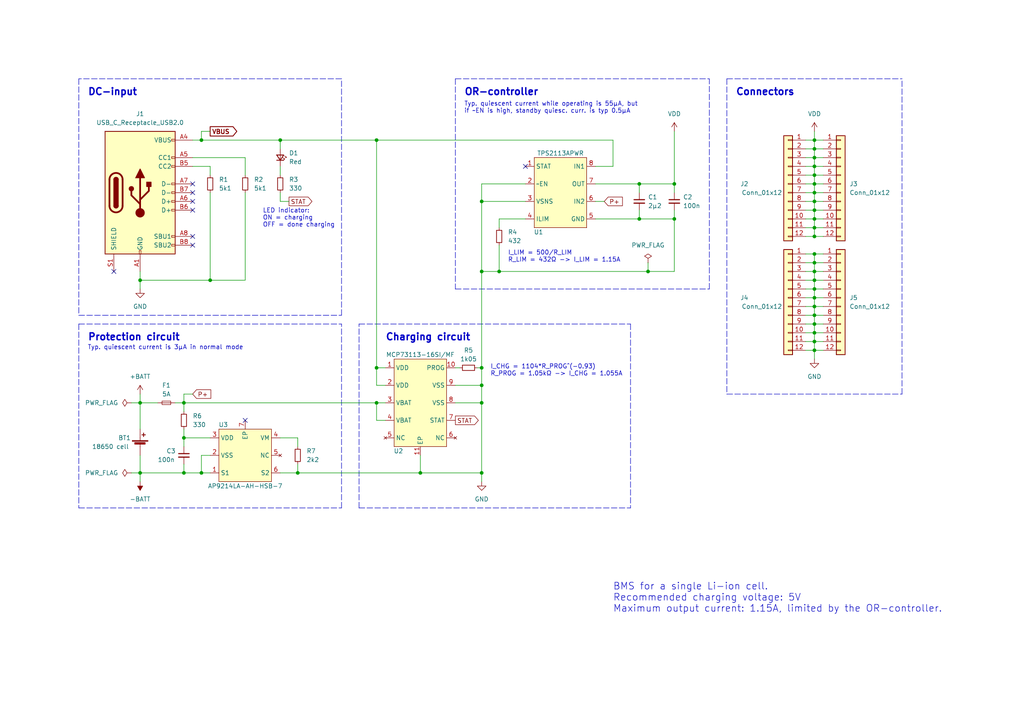
<source format=kicad_sch>
(kicad_sch (version 20211123) (generator eeschema)
  (paper "A4")
  (lib_symbols
    (symbol "18650_Plugger:AP9214LA-AH-HSB-7"
      (property "Reference" "U" (at -6.35 -8.89 0))
      (property "Value" "AP9214LA-AH-HSB-7" (at 0 8.89 0))
      (symbol "AP9214LA-AH-HSB-7_0_1"
        (rectangle (start -7.62 7.62) (end 7.62 -7.62) (stroke (width 0.1524)) (fill (type background)))
      )
      (symbol "AP9214LA-AH-HSB-7_1_1"
        (pin input line (at -10.16 5.08 0) (length 2.54) (name "S1") (number "1"))
        (pin input line (at -10.16 0 0) (length 2.54) (name "VSS") (number "2"))
        (pin input line (at -10.16 -5.08 0) (length 2.54) (name "VDD") (number "3"))
        (pin input line (at 10.16 -5.08 180) (length 2.54) (name "VM") (number "4"))
        (pin no_connect line (at 10.16 0 180) (length 2.54) (name "NC") (number "5"))
        (pin input line (at 10.16 5.08 180) (length 2.54) (name "S2") (number "6"))
        (pin input line (at 0 -10.16 90) (length 2.54) (name "EP") (number "7"))
      )
    )
    (symbol "18650_Plugger:MCP73113-16SI{slash}MF"
      (property "Reference" "U" (at -6.35 -13.97 0))
      (property "Value" "MCP73113-16SI{slash}MF" (at 0 13.97 0))
      (symbol "MCP73113-16SI{slash}MF_0_1"
        (rectangle (start -7.62 12.7) (end 7.62 -12.7) (fill (type background)))
      )
      (symbol "MCP73113-16SI{slash}MF_1_1"
        (pin input line (at -10.16 10.16 0) (length 2.54) (name "VDD") (number "1"))
        (pin input line (at 10.16 10.16 180) (length 2.54) (name "PROG") (number "10"))
        (pin input line (at 0 -15.24 90) (length 2.54) (name "EP") (number "11"))
        (pin input line (at -10.16 5.08 0) (length 2.54) (name "VDD") (number "2"))
        (pin input line (at -10.16 0 0) (length 2.54) (name "VBAT") (number "3"))
        (pin input line (at -10.16 -5.08 0) (length 2.54) (name "VBAT") (number "4"))
        (pin no_connect line (at -10.16 -10.16 0) (length 2.54) (name "NC") (number "5"))
        (pin no_connect line (at 10.16 -10.16 180) (length 2.54) (name "NC") (number "6"))
        (pin output line (at 10.16 -5.08 180) (length 2.54) (name "STAT") (number "7"))
        (pin input line (at 10.16 0 180) (length 2.54) (name "VSS") (number "8"))
        (pin input line (at 10.16 5.08 180) (length 2.54) (name "VSS") (number "9"))
      )
    )
    (symbol "18650_Plugger:TPS2113APWR"
      (property "Reference" "U" (at -6.35 -13.97 0))
      (property "Value" "TPS2113APWR" (at 0 8.89 0))
      (symbol "TPS2113APWR_0_1"
        (rectangle (start -7.62 7.62) (end 7.62 -12.7) (fill (type background)))
      )
      (symbol "TPS2113APWR_1_1"
        (pin output line (at -10.16 5.08 0) (length 2.54) (name "STAT") (number "1"))
        (pin input line (at -10.16 0 0) (length 2.54) (name "~EN") (number "2"))
        (pin input line (at -10.16 -5.08 0) (length 2.54) (name "VSNS") (number "3"))
        (pin input line (at -10.16 -10.16 0) (length 2.54) (name "ILIM") (number "4"))
        (pin input line (at 10.16 -10.16 180) (length 2.54) (name "GND") (number "5"))
        (pin input line (at 10.16 -5.08 180) (length 2.54) (name "IN2") (number "6"))
        (pin power_out line (at 10.16 0 180) (length 2.54) (name "OUT") (number "7"))
        (pin input line (at 10.16 5.08 180) (length 2.54) (name "IN1") (number "8"))
      )
    )
    (symbol "Connector:USB_C_Receptacle_USB2.0" (pin_names (offset 1.016))
      (property "Reference" "J" (at -10.16 19.05 0))
      (property "Value" "USB_C_Receptacle_USB2.0" (at 19.05 19.05 0))
      (symbol "USB_C_Receptacle_USB2.0_0_0"
        (rectangle (start -0.254 -17.78) (end 0.254 -16.764))
        (rectangle (start 10.16 -14.986) (end 9.144 -15.494))
        (rectangle (start 10.16 -12.446) (end 9.144 -12.954))
        (rectangle (start 10.16 -4.826) (end 9.144 -5.334))
        (rectangle (start 10.16 -2.286) (end 9.144 -2.794))
        (rectangle (start 10.16 0.254) (end 9.144 -0.254))
        (rectangle (start 10.16 2.794) (end 9.144 2.286))
        (rectangle (start 10.16 7.874) (end 9.144 7.366))
        (rectangle (start 10.16 10.414) (end 9.144 9.906))
        (rectangle (start 10.16 15.494) (end 9.144 14.986))
      )
      (symbol "USB_C_Receptacle_USB2.0_0_1"
        (rectangle (start -10.16 17.78) (end 10.16 -17.78) (stroke (width 0.254)) (fill (type background)))
        (arc (start -8.89 -3.81) (mid -6.985 -5.715) (end -5.08 -3.81) (stroke (width 0.508)))
        (arc (start -7.62 -3.81) (mid -6.985 -4.445) (end -6.35 -3.81) (stroke (width 0.254)))
        (arc (start -7.62 -3.81) (mid -6.985 -4.445) (end -6.35 -3.81) (stroke (width 0.254)) (fill (type outline)))
        (rectangle (start -7.62 -3.81) (end -6.35 3.81) (stroke (width 0.254)) (fill (type outline)))
        (arc (start -6.35 3.81) (mid -6.985 4.445) (end -7.62 3.81) (stroke (width 0.254)))
        (arc (start -6.35 3.81) (mid -6.985 4.445) (end -7.62 3.81) (stroke (width 0.254)) (fill (type outline)))
        (arc (start -5.08 3.81) (mid -6.985 5.715) (end -8.89 3.81) (stroke (width 0.508)))
        (circle (center -2.54 1.143) (radius 0.635) (stroke (width 0.254)) (fill (type outline)))
        (circle (center 0 -5.842) (radius 1.27) (fill (type outline)))
        (polyline (pts (xy -8.89 -3.81) (xy -8.89 3.81)) (stroke (width 0.508)))
        (polyline (pts (xy -5.08 3.81) (xy -5.08 -3.81)) (stroke (width 0.508)))
        (polyline (pts (xy 0 -5.842) (xy 0 4.318)) (stroke (width 0.508)))
        (polyline (pts (xy 0 -3.302) (xy -2.54 -0.762) (xy -2.54 0.508)) (stroke (width 0.508)))
        (polyline (pts (xy 0 -2.032) (xy 2.54 0.508) (xy 2.54 1.778)) (stroke (width 0.508)))
        (polyline (pts (xy -1.27 4.318) (xy 0 6.858) (xy 1.27 4.318) (xy -1.27 4.318)) (stroke (width 0.254)) (fill (type outline)))
        (rectangle (start 1.905 1.778) (end 3.175 3.048) (stroke (width 0.254)) (fill (type outline)))
      )
      (symbol "USB_C_Receptacle_USB2.0_1_1"
        (pin passive line (at 0 -22.86 90) (length 5.08) (name "GND") (number "A1"))
        (pin passive line (at 0 -22.86 90) (length 5.08) hide (name "GND") (number "A12"))
        (pin passive line (at 15.24 15.24 180) (length 5.08) (name "VBUS") (number "A4"))
        (pin bidirectional line (at 15.24 10.16 180) (length 5.08) (name "CC1") (number "A5"))
        (pin bidirectional line (at 15.24 -2.54 180) (length 5.08) (name "D+") (number "A6"))
        (pin bidirectional line (at 15.24 2.54 180) (length 5.08) (name "D-") (number "A7"))
        (pin bidirectional line (at 15.24 -12.7 180) (length 5.08) (name "SBU1") (number "A8"))
        (pin passive line (at 15.24 15.24 180) (length 5.08) hide (name "VBUS") (number "A9"))
        (pin passive line (at 0 -22.86 90) (length 5.08) hide (name "GND") (number "B1"))
        (pin passive line (at 0 -22.86 90) (length 5.08) hide (name "GND") (number "B12"))
        (pin passive line (at 15.24 15.24 180) (length 5.08) hide (name "VBUS") (number "B4"))
        (pin bidirectional line (at 15.24 7.62 180) (length 5.08) (name "CC2") (number "B5"))
        (pin bidirectional line (at 15.24 -5.08 180) (length 5.08) (name "D+") (number "B6"))
        (pin bidirectional line (at 15.24 0 180) (length 5.08) (name "D-") (number "B7"))
        (pin bidirectional line (at 15.24 -15.24 180) (length 5.08) (name "SBU2") (number "B8"))
        (pin passive line (at 15.24 15.24 180) (length 5.08) hide (name "VBUS") (number "B9"))
        (pin passive line (at -7.62 -22.86 90) (length 5.08) (name "SHIELD") (number "S1"))
      )
    )
    (symbol "Connector_Generic:Conn_01x12" (pin_names (offset 1.016) hide)
      (property "Reference" "J" (at 0 15.24 0))
      (property "Value" "Conn_01x12" (at 0 -17.78 0))
      (symbol "Conn_01x12_1_1"
        (rectangle (start -1.27 -15.113) (end 0 -15.367) (stroke (width 0.1524)))
        (rectangle (start -1.27 -12.573) (end 0 -12.827) (stroke (width 0.1524)))
        (rectangle (start -1.27 -10.033) (end 0 -10.287) (stroke (width 0.1524)))
        (rectangle (start -1.27 -7.493) (end 0 -7.747) (stroke (width 0.1524)))
        (rectangle (start -1.27 -4.953) (end 0 -5.207) (stroke (width 0.1524)))
        (rectangle (start -1.27 -2.413) (end 0 -2.667) (stroke (width 0.1524)))
        (rectangle (start -1.27 0.127) (end 0 -0.127) (stroke (width 0.1524)))
        (rectangle (start -1.27 2.667) (end 0 2.413) (stroke (width 0.1524)))
        (rectangle (start -1.27 5.207) (end 0 4.953) (stroke (width 0.1524)))
        (rectangle (start -1.27 7.747) (end 0 7.493) (stroke (width 0.1524)))
        (rectangle (start -1.27 10.287) (end 0 10.033) (stroke (width 0.1524)))
        (rectangle (start -1.27 12.827) (end 0 12.573) (stroke (width 0.1524)))
        (rectangle (start -1.27 13.97) (end 1.27 -16.51) (stroke (width 0.254)) (fill (type background)))
        (pin passive line (at -5.08 12.7 0) (length 3.81) (name "Pin_1") (number "1"))
        (pin passive line (at -5.08 -10.16 0) (length 3.81) (name "Pin_10") (number "10"))
        (pin passive line (at -5.08 -12.7 0) (length 3.81) (name "Pin_11") (number "11"))
        (pin passive line (at -5.08 -15.24 0) (length 3.81) (name "Pin_12") (number "12"))
        (pin passive line (at -5.08 10.16 0) (length 3.81) (name "Pin_2") (number "2"))
        (pin passive line (at -5.08 7.62 0) (length 3.81) (name "Pin_3") (number "3"))
        (pin passive line (at -5.08 5.08 0) (length 3.81) (name "Pin_4") (number "4"))
        (pin passive line (at -5.08 2.54 0) (length 3.81) (name "Pin_5") (number "5"))
        (pin passive line (at -5.08 0 0) (length 3.81) (name "Pin_6") (number "6"))
        (pin passive line (at -5.08 -2.54 0) (length 3.81) (name "Pin_7") (number "7"))
        (pin passive line (at -5.08 -5.08 0) (length 3.81) (name "Pin_8") (number "8"))
        (pin passive line (at -5.08 -7.62 0) (length 3.81) (name "Pin_9") (number "9"))
      )
    )
    (symbol "Device:Battery_Cell" (pin_numbers hide) (pin_names (offset 0) hide)
      (property "Reference" "BT" (at 2.54 2.54 0))
      (property "Value" "Battery_Cell" (at 2.54 0 0))
      (symbol "Battery_Cell_0_1"
        (rectangle (start -2.286 1.778) (end 2.286 1.524) (fill (type outline)))
        (rectangle (start -1.5748 1.1938) (end 1.4732 0.6858) (fill (type outline)))
        (polyline (pts (xy 0 0.762) (xy 0 0)))
        (polyline (pts (xy 0 1.778) (xy 0 2.54)))
        (polyline (pts (xy 0.508 3.429) (xy 1.524 3.429)) (stroke (width 0.254)))
        (polyline (pts (xy 1.016 3.937) (xy 1.016 2.921)) (stroke (width 0.254)))
      )
      (symbol "Battery_Cell_1_1"
        (pin passive line (at 0 5.08 270) (length 2.54) (name "+") (number "1"))
        (pin passive line (at 0 -2.54 90) (length 2.54) (name "-") (number "2"))
      )
    )
    (symbol "Device:C_Small" (pin_numbers hide) (pin_names (offset 0.254) hide)
      (property "Reference" "C" (at 0.254 1.778 0))
      (property "Value" "C_Small" (at 0.254 -2.032 0))
      (symbol "C_Small_0_1"
        (polyline (pts (xy -1.524 -0.508) (xy 1.524 -0.508)) (stroke (width 0.3302)))
        (polyline (pts (xy -1.524 0.508) (xy 1.524 0.508)) (stroke (width 0.3048)))
      )
      (symbol "C_Small_1_1"
        (pin passive line (at 0 2.54 270) (length 2.032) (name "~") (number "1"))
        (pin passive line (at 0 -2.54 90) (length 2.032) (name "~") (number "2"))
      )
    )
    (symbol "Device:Fuse_Small" (pin_numbers hide) (pin_names (offset 0.254) hide)
      (property "Reference" "F" (at 0 -1.524 0))
      (property "Value" "Fuse_Small" (at 0 1.524 0))
      (symbol "Fuse_Small_0_1"
        (rectangle (start -1.27 0.508) (end 1.27 -0.508))
        (polyline (pts (xy -1.27 0) (xy 1.27 0)))
      )
      (symbol "Fuse_Small_1_1"
        (pin passive line (at -2.54 0 0) (length 1.27) (name "~") (number "1"))
        (pin passive line (at 2.54 0 180) (length 1.27) (name "~") (number "2"))
      )
    )
    (symbol "Device:LED_Small" (pin_numbers hide) (pin_names (offset 0.254) hide)
      (property "Reference" "D" (at -1.27 3.175 0))
      (property "Value" "LED_Small" (at -4.445 -2.54 0))
      (symbol "LED_Small_0_1"
        (polyline (pts (xy -0.762 -1.016) (xy -0.762 1.016)) (stroke (width 0.254)))
        (polyline (pts (xy 1.016 0) (xy -0.762 0)))
        (polyline (pts (xy 0.762 -1.016) (xy -0.762 0) (xy 0.762 1.016) (xy 0.762 -1.016)) (stroke (width 0.254)))
        (polyline (pts (xy 0 0.762) (xy -0.508 1.27) (xy -0.254 1.27) (xy -0.508 1.27) (xy -0.508 1.016)))
        (polyline (pts (xy 0.508 1.27) (xy 0 1.778) (xy 0.254 1.778) (xy 0 1.778) (xy 0 1.524)))
      )
      (symbol "LED_Small_1_1"
        (pin passive line (at -2.54 0 0) (length 1.778) (name "K") (number "1"))
        (pin passive line (at 2.54 0 180) (length 1.778) (name "A") (number "2"))
      )
    )
    (symbol "Device:R_Small" (pin_numbers hide) (pin_names (offset 0.254) hide)
      (property "Reference" "R" (at 0.762 0.508 0))
      (property "Value" "R_Small" (at 0.762 -1.016 0))
      (symbol "R_Small_0_1"
        (rectangle (start -0.762 1.778) (end 0.762 -1.778) (stroke (width 0.2032)))
      )
      (symbol "R_Small_1_1"
        (pin passive line (at 0 2.54 270) (length 0.762) (name "~") (number "1"))
        (pin passive line (at 0 -2.54 90) (length 0.762) (name "~") (number "2"))
      )
    )
    (symbol "power:+BATT" (power) (pin_names (offset 0))
      (property "Value" "+BATT" (at 0 3.556 0))
      (symbol "+BATT_0_1"
        (polyline (pts (xy -0.762 1.27) (xy 0 2.54)))
        (polyline (pts (xy 0 0) (xy 0 2.54)))
        (polyline (pts (xy 0 2.54) (xy 0.762 1.27)))
      )
      (symbol "+BATT_1_1"
        (pin power_in line (at 0 0 90) (length 0) hide (name "+BATT") (number "1"))
      )
    )
    (symbol "power:-BATT" (power) (pin_names (offset 0))
      (property "Value" "-BATT" (at 0 3.556 0))
      (symbol "-BATT_0_1"
        (polyline (pts (xy 0 0) (xy 0 2.54)))
        (polyline (pts (xy 0.762 1.27) (xy -0.762 1.27) (xy 0 2.54) (xy 0.762 1.27)) (fill (type outline)))
      )
      (symbol "-BATT_1_1"
        (pin power_in line (at 0 0 90) (length 0) hide (name "-BATT") (number "1"))
      )
    )
    (symbol "power:GND" (power) (pin_names (offset 0))
      (property "Value" "GND" (at 0 -3.81 0))
      (symbol "GND_0_1"
        (polyline (pts (xy 0 0) (xy 0 -1.27) (xy 1.27 -1.27) (xy 0 -2.54) (xy -1.27 -1.27) (xy 0 -1.27)))
      )
      (symbol "GND_1_1"
        (pin power_in line (at 0 0 270) (length 0) hide (name "GND") (number "1"))
      )
    )
    (symbol "power:PWR_FLAG" (power) (pin_numbers hide) (pin_names (offset 0) hide)
      (property "Value" "PWR_FLAG" (at 0 3.81 0))
      (symbol "PWR_FLAG_0_0"
        (pin power_out line (at 0 0 90) (length 0) (name "pwr") (number "1"))
      )
      (symbol "PWR_FLAG_0_1"
        (polyline (pts (xy 0 0) (xy 0 1.27) (xy -1.016 1.905) (xy 0 2.54) (xy 1.016 1.905) (xy 0 1.27)))
      )
    )
    (symbol "power:VDD" (power) (pin_names (offset 0))
      (property "Value" "VDD" (at 0 3.81 0))
      (symbol "VDD_0_1"
        (polyline (pts (xy -0.762 1.27) (xy 0 2.54)))
        (polyline (pts (xy 0 0) (xy 0 2.54)))
        (polyline (pts (xy 0 2.54) (xy 0.762 1.27)))
      )
      (symbol "VDD_1_1"
        (pin power_in line (at 0 0 90) (length 0) hide (name "VDD") (number "1"))
      )
    )
  )
  (junction (at 139.7 116.84))
  (junction (at 236.22 88.9))
  (junction (at 121.92 137.16))
  (junction (at 86.36 137.16))
  (junction (at 53.34 127))
  (junction (at 236.22 76.2))
  (junction (at 236.22 43.18))
  (junction (at 236.22 40.64))
  (junction (at 236.22 73.66))
  (junction (at 236.22 53.34))
  (junction (at 236.22 55.88))
  (junction (at 236.22 86.36))
  (junction (at 236.22 96.52))
  (junction (at 40.64 81.28))
  (junction (at 236.22 78.74))
  (junction (at 53.34 116.84))
  (junction (at 53.34 137.16))
  (junction (at 109.22 106.68))
  (junction (at 236.22 93.98))
  (junction (at 40.64 116.84))
  (junction (at 187.96 78.74))
  (junction (at 40.64 137.16))
  (junction (at 236.22 60.96))
  (junction (at 109.22 40.64))
  (junction (at 185.42 63.5))
  (junction (at 236.22 81.28))
  (junction (at 236.22 101.6))
  (junction (at 139.7 111.76))
  (junction (at 185.42 53.34))
  (junction (at 139.7 58.42))
  (junction (at 236.22 48.26))
  (junction (at 195.58 53.34))
  (junction (at 236.22 68.58))
  (junction (at 58.42 137.16))
  (junction (at 236.22 45.72))
  (junction (at 81.28 40.64))
  (junction (at 236.22 58.42))
  (junction (at 236.22 50.8))
  (junction (at 139.7 78.74))
  (junction (at 195.58 63.5))
  (junction (at 58.42 40.64))
  (junction (at 139.7 106.68))
  (junction (at 236.22 91.44))
  (junction (at 236.22 83.82))
  (junction (at 139.7 137.16))
  (junction (at 236.22 99.06))
  (junction (at 144.78 78.74))
  (junction (at 236.22 63.5))
  (junction (at 236.22 66.04))
  (junction (at 109.22 116.84))
  (junction (at 60.96 81.28))
  (no_connect (at 152.4 48.26))
  (no_connect (at 33.02 78.74))
  (no_connect (at 55.88 68.58))
  (no_connect (at 55.88 71.12))
  (no_connect (at 55.88 53.34))
  (no_connect (at 55.88 60.96))
  (no_connect (at 55.88 55.88))
  (no_connect (at 55.88 58.42))
  (no_connect (at 71.12 121.92))
  (wire (pts (xy 233.68 91.44) (xy 236.22 91.44)))
  (wire (pts (xy 233.68 55.88) (xy 236.22 55.88)))
  (wire (pts (xy 55.88 40.64) (xy 58.42 40.64)))
  (polyline (pts (xy 210.82 22.86) (xy 261.62 22.86)))
  (wire (pts (xy 236.22 63.5) (xy 238.76 63.5)))
  (wire (pts (xy 81.28 58.42) (xy 83.82 58.42)))
  (wire (pts (xy 236.22 45.72) (xy 238.76 45.72)))
  (wire (pts (xy 139.7 53.34) (xy 139.7 58.42)))
  (wire (pts (xy 81.28 40.64) (xy 109.22 40.64)))
  (wire (pts (xy 109.22 40.64) (xy 177.8 40.64)))
  (wire (pts (xy 233.68 88.9) (xy 236.22 88.9)))
  (wire (pts (xy 60.96 132.08) (xy 58.42 132.08)))
  (wire (pts (xy 236.22 50.8) (xy 238.76 50.8)))
  (polyline (pts (xy 22.86 93.98) (xy 99.06 93.98)))
  (wire (pts (xy 121.92 137.16) (xy 139.7 137.16)))
  (wire (pts (xy 233.68 73.66) (xy 236.22 73.66)))
  (wire (pts (xy 236.22 96.52) (xy 238.76 96.52)))
  (wire (pts (xy 144.78 63.5) (xy 152.4 63.5)))
  (polyline (pts (xy 99.06 91.44) (xy 99.06 22.86)))
  (wire (pts (xy 139.7 137.16) (xy 139.7 139.7)))
  (wire (pts (xy 58.42 132.08) (xy 58.42 137.16)))
  (wire (pts (xy 109.22 121.92) (xy 111.76 121.92)))
  (polyline (pts (xy 99.06 22.86) (xy 22.86 22.86)))
  (wire (pts (xy 81.28 40.64) (xy 81.28 43.18)))
  (wire (pts (xy 53.34 127) (xy 53.34 129.54)))
  (wire (pts (xy 139.7 53.34) (xy 152.4 53.34)))
  (polyline (pts (xy 22.86 147.32) (xy 99.06 147.32)))
  (polyline (pts (xy 22.86 22.86) (xy 22.86 91.44)))
  (wire (pts (xy 236.22 81.28) (xy 238.76 81.28)))
  (wire (pts (xy 236.22 81.28) (xy 236.22 83.82)))
  (wire (pts (xy 233.68 60.96) (xy 236.22 60.96)))
  (wire (pts (xy 233.68 45.72) (xy 236.22 45.72)))
  (wire (pts (xy 236.22 45.72) (xy 236.22 48.26)))
  (wire (pts (xy 236.22 40.64) (xy 238.76 40.64)))
  (wire (pts (xy 38.1 137.16) (xy 40.64 137.16)))
  (polyline (pts (xy 22.86 93.98) (xy 22.86 147.32)))
  (wire (pts (xy 236.22 63.5) (xy 236.22 66.04)))
  (wire (pts (xy 236.22 66.04) (xy 236.22 68.58)))
  (wire (pts (xy 233.68 58.42) (xy 236.22 58.42)))
  (wire (pts (xy 233.68 78.74) (xy 236.22 78.74)))
  (wire (pts (xy 233.68 76.2) (xy 236.22 76.2)))
  (wire (pts (xy 233.68 83.82) (xy 236.22 83.82)))
  (wire (pts (xy 86.36 127) (xy 86.36 129.54)))
  (wire (pts (xy 40.64 78.74) (xy 40.64 81.28)))
  (wire (pts (xy 233.68 43.18) (xy 236.22 43.18)))
  (polyline (pts (xy 205.74 83.82) (xy 205.74 22.86)))
  (polyline (pts (xy 22.86 91.44) (xy 99.06 91.44)))
  (wire (pts (xy 236.22 66.04) (xy 238.76 66.04)))
  (wire (pts (xy 144.78 71.12) (xy 144.78 78.74)))
  (wire (pts (xy 71.12 81.28) (xy 60.96 81.28)))
  (wire (pts (xy 86.36 137.16) (xy 121.92 137.16)))
  (wire (pts (xy 233.68 66.04) (xy 236.22 66.04)))
  (polyline (pts (xy 132.08 22.86) (xy 205.74 22.86)))
  (polyline (pts (xy 99.06 147.32) (xy 99.06 93.98)))
  (wire (pts (xy 236.22 60.96) (xy 238.76 60.96)))
  (wire (pts (xy 236.22 86.36) (xy 238.76 86.36)))
  (wire (pts (xy 109.22 40.64) (xy 109.22 106.68)))
  (polyline (pts (xy 132.08 22.86) (xy 132.08 83.82)))
  (wire (pts (xy 121.92 132.08) (xy 121.92 137.16)))
  (wire (pts (xy 236.22 96.52) (xy 236.22 99.06)))
  (wire (pts (xy 138.43 106.68) (xy 139.7 106.68)))
  (wire (pts (xy 233.68 40.64) (xy 236.22 40.64)))
  (wire (pts (xy 58.42 137.16) (xy 60.96 137.16)))
  (wire (pts (xy 185.42 60.96) (xy 185.42 63.5)))
  (wire (pts (xy 58.42 38.1) (xy 58.42 40.64)))
  (wire (pts (xy 195.58 38.1) (xy 195.58 53.34)))
  (wire (pts (xy 139.7 111.76) (xy 139.7 116.84)))
  (wire (pts (xy 144.78 63.5) (xy 144.78 66.04)))
  (wire (pts (xy 50.8 116.84) (xy 53.34 116.84)))
  (wire (pts (xy 40.64 116.84) (xy 40.64 124.46)))
  (wire (pts (xy 53.34 114.3) (xy 55.88 114.3)))
  (wire (pts (xy 109.22 111.76) (xy 111.76 111.76)))
  (wire (pts (xy 236.22 99.06) (xy 238.76 99.06)))
  (wire (pts (xy 81.28 55.88) (xy 81.28 58.42)))
  (wire (pts (xy 236.22 73.66) (xy 236.22 76.2)))
  (wire (pts (xy 236.22 48.26) (xy 238.76 48.26)))
  (wire (pts (xy 55.88 48.26) (xy 60.96 48.26)))
  (wire (pts (xy 132.08 111.76) (xy 139.7 111.76)))
  (wire (pts (xy 236.22 83.82) (xy 238.76 83.82)))
  (wire (pts (xy 109.22 116.84) (xy 111.76 116.84)))
  (wire (pts (xy 53.34 137.16) (xy 58.42 137.16)))
  (wire (pts (xy 60.96 55.88) (xy 60.96 81.28)))
  (wire (pts (xy 236.22 93.98) (xy 238.76 93.98)))
  (polyline (pts (xy 104.14 147.32) (xy 104.14 93.98)))
  (wire (pts (xy 236.22 76.2) (xy 238.76 76.2)))
  (wire (pts (xy 187.96 78.74) (xy 195.58 78.74)))
  (wire (pts (xy 53.34 116.84) (xy 109.22 116.84)))
  (wire (pts (xy 233.68 81.28) (xy 236.22 81.28)))
  (wire (pts (xy 139.7 78.74) (xy 144.78 78.74)))
  (wire (pts (xy 40.64 137.16) (xy 40.64 139.7)))
  (wire (pts (xy 236.22 73.66) (xy 238.76 73.66)))
  (wire (pts (xy 81.28 127) (xy 86.36 127)))
  (wire (pts (xy 152.4 58.42) (xy 139.7 58.42)))
  (wire (pts (xy 233.68 93.98) (xy 236.22 93.98)))
  (wire (pts (xy 185.42 63.5) (xy 195.58 63.5)))
  (wire (pts (xy 236.22 99.06) (xy 236.22 101.6)))
  (wire (pts (xy 187.96 76.2) (xy 187.96 78.74)))
  (wire (pts (xy 233.68 101.6) (xy 236.22 101.6)))
  (wire (pts (xy 233.68 53.34) (xy 236.22 53.34)))
  (wire (pts (xy 195.58 60.96) (xy 195.58 63.5)))
  (wire (pts (xy 236.22 50.8) (xy 236.22 53.34)))
  (wire (pts (xy 236.22 101.6) (xy 236.22 104.14)))
  (wire (pts (xy 172.72 63.5) (xy 185.42 63.5)))
  (wire (pts (xy 58.42 40.64) (xy 81.28 40.64)))
  (wire (pts (xy 71.12 55.88) (xy 71.12 81.28)))
  (wire (pts (xy 40.64 132.08) (xy 40.64 137.16)))
  (wire (pts (xy 177.8 40.64) (xy 177.8 48.26)))
  (wire (pts (xy 109.22 106.68) (xy 109.22 111.76)))
  (wire (pts (xy 185.42 53.34) (xy 172.72 53.34)))
  (wire (pts (xy 40.64 114.3) (xy 40.64 116.84)))
  (wire (pts (xy 233.68 86.36) (xy 236.22 86.36)))
  (wire (pts (xy 60.96 38.1) (xy 58.42 38.1)))
  (wire (pts (xy 236.22 86.36) (xy 236.22 88.9)))
  (polyline (pts (xy 104.14 93.98) (xy 182.88 93.98)))
  (wire (pts (xy 233.68 48.26) (xy 236.22 48.26)))
  (wire (pts (xy 236.22 53.34) (xy 236.22 55.88)))
  (wire (pts (xy 139.7 106.68) (xy 139.7 111.76)))
  (wire (pts (xy 53.34 124.46) (xy 53.34 127)))
  (wire (pts (xy 236.22 55.88) (xy 236.22 58.42)))
  (polyline (pts (xy 261.62 114.3) (xy 261.62 22.86)))
  (wire (pts (xy 53.34 134.62) (xy 53.34 137.16)))
  (wire (pts (xy 236.22 88.9) (xy 236.22 91.44)))
  (wire (pts (xy 40.64 81.28) (xy 40.64 83.82)))
  (wire (pts (xy 55.88 45.72) (xy 71.12 45.72)))
  (wire (pts (xy 175.26 58.42) (xy 172.72 58.42)))
  (wire (pts (xy 53.34 127) (xy 60.96 127)))
  (wire (pts (xy 53.34 114.3) (xy 53.34 116.84)))
  (wire (pts (xy 236.22 58.42) (xy 236.22 60.96)))
  (wire (pts (xy 233.68 99.06) (xy 236.22 99.06)))
  (wire (pts (xy 53.34 116.84) (xy 53.34 119.38)))
  (polyline (pts (xy 182.88 93.98) (xy 182.88 147.32)))
  (polyline (pts (xy 132.08 83.82) (xy 205.74 83.82)))
  (wire (pts (xy 236.22 60.96) (xy 236.22 63.5)))
  (polyline (pts (xy 104.14 147.32) (xy 182.88 147.32)))
  (wire (pts (xy 195.58 53.34) (xy 195.58 55.88)))
  (wire (pts (xy 236.22 55.88) (xy 238.76 55.88)))
  (wire (pts (xy 236.22 58.42) (xy 238.76 58.42)))
  (wire (pts (xy 236.22 78.74) (xy 238.76 78.74)))
  (wire (pts (xy 236.22 101.6) (xy 238.76 101.6)))
  (wire (pts (xy 139.7 116.84) (xy 139.7 137.16)))
  (wire (pts (xy 86.36 137.16) (xy 81.28 137.16)))
  (wire (pts (xy 236.22 38.1) (xy 236.22 40.64)))
  (wire (pts (xy 60.96 48.26) (xy 60.96 50.8)))
  (wire (pts (xy 40.64 116.84) (xy 45.72 116.84)))
  (wire (pts (xy 236.22 76.2) (xy 236.22 78.74)))
  (polyline (pts (xy 210.82 114.3) (xy 261.62 114.3)))
  (wire (pts (xy 236.22 68.58) (xy 238.76 68.58)))
  (wire (pts (xy 236.22 91.44) (xy 236.22 93.98)))
  (wire (pts (xy 185.42 53.34) (xy 185.42 55.88)))
  (wire (pts (xy 111.76 106.68) (xy 109.22 106.68)))
  (wire (pts (xy 236.22 43.18) (xy 238.76 43.18)))
  (wire (pts (xy 233.68 68.58) (xy 236.22 68.58)))
  (wire (pts (xy 40.64 137.16) (xy 53.34 137.16)))
  (wire (pts (xy 195.58 63.5) (xy 195.58 78.74)))
  (wire (pts (xy 236.22 78.74) (xy 236.22 81.28)))
  (wire (pts (xy 236.22 88.9) (xy 238.76 88.9)))
  (wire (pts (xy 132.08 106.68) (xy 133.35 106.68)))
  (wire (pts (xy 236.22 83.82) (xy 236.22 86.36)))
  (wire (pts (xy 38.1 116.84) (xy 40.64 116.84)))
  (wire (pts (xy 144.78 78.74) (xy 187.96 78.74)))
  (wire (pts (xy 236.22 93.98) (xy 236.22 96.52)))
  (wire (pts (xy 236.22 40.64) (xy 236.22 43.18)))
  (wire (pts (xy 236.22 43.18) (xy 236.22 45.72)))
  (wire (pts (xy 233.68 96.52) (xy 236.22 96.52)))
  (wire (pts (xy 81.28 48.26) (xy 81.28 50.8)))
  (wire (pts (xy 139.7 78.74) (xy 139.7 106.68)))
  (wire (pts (xy 233.68 63.5) (xy 236.22 63.5)))
  (wire (pts (xy 236.22 48.26) (xy 236.22 50.8)))
  (wire (pts (xy 71.12 45.72) (xy 71.12 50.8)))
  (wire (pts (xy 236.22 91.44) (xy 238.76 91.44)))
  (wire (pts (xy 236.22 53.34) (xy 238.76 53.34)))
  (wire (pts (xy 139.7 58.42) (xy 139.7 78.74)))
  (polyline (pts (xy 210.82 22.86) (xy 210.82 114.3)))
  (wire (pts (xy 185.42 53.34) (xy 195.58 53.34)))
  (wire (pts (xy 132.08 116.84) (xy 139.7 116.84)))
  (wire (pts (xy 177.8 48.26) (xy 172.72 48.26)))
  (wire (pts (xy 233.68 50.8) (xy 236.22 50.8)))
  (wire (pts (xy 60.96 81.28) (xy 40.64 81.28)))
  (wire (pts (xy 86.36 134.62) (xy 86.36 137.16)))
  (wire (pts (xy 109.22 121.92) (xy 109.22 116.84)))
  (text "LED indicator:\nON = charging\nOFF = done charging" (at 76.2 66.04 0) (effects (font (size 1.27 1.27)) (justify left bottom)))
  (text "Connectors" (at 213.36 27.94 0) (effects (font (size 2 2) bold) (justify left bottom)))
  (text "OR-controller" (at 134.62 27.94 0) (effects (font (size 2 2) bold) (justify left bottom)))
  (text "I_CHG = 1104*R_PROG^(-0.93)\nR_PROG = 1.05kΩ -> I_CHG = 1.055A" (at 142.24 109.22 0) (effects (font (size 1.27 1.27)) (justify left bottom)))
  (text "Typ. quiescent current is 3µA in normal mode" (at 25.4 101.6 0) (effects (font (size 1.27 1.27)) (justify left bottom)))
  (text "Charging circuit" (at 111.76 99.06 0) (effects (font (size 2 2) bold) (justify left bottom)))
  (text "BMS for a single Li-ion cell.\nRecommended charging voltage: 5V\nMaximum output current: 1.15A, limited by the OR-controller." (at 177.8 177.8 0) (effects (font (size 2 2)) (justify left bottom)))
  (text "DC-input" (at 25.4 27.94 0) (effects (font (size 2 2) bold) (justify left bottom)))
  (text "Typ. quiescent current while operating is 55µA, but\nif ~EN is high, standby quiesc. curr. is typ 0.5µA" (at 134.62 33.02 0) (effects (font (size 1.27 1.27)) (justify left bottom)))
  (text "I_LIM = 500/R_LIM\nR_LIM = 432Ω -> I_LIM = 1.15A" (at 147.32 76.2 0) (effects (font (size 1.27 1.27)) (justify left bottom)))
  (text "Protection circuit" (at 25.4 99.06 0) (effects (font (size 2 2) bold) (justify left bottom)))
  (global_label "P+" (shape input) (at 175.26 58.42 0) (property "Intersheet References" "${INTERSHEET_REFS}" (effects hide)))
  (global_label "STAT" (shape output) (at 132.08 121.92 0) (property "Intersheet References" "${INTERSHEET_REFS}" (effects hide)))
  (global_label "STAT" (shape output) (at 83.82 58.42 0) (property "Intersheet References" "${INTERSHEET_REFS}" (effects hide)))
  (global_label "VBUS" (shape output) (at 60.96 38.1 0) (effects (font bold)) (property "Intersheet References" "${INTERSHEET_REFS}" (effects hide)))
  (global_label "P+" (shape input) (at 55.88 114.3 0) (property "Intersheet References" "${INTERSHEET_REFS}" (effects hide)))
  (symbol (lib_id "power:VDD") (at 195.58 38.1 0) (mirror y) (unit 1)
    (property "Reference" "#PWR01" (effects hide))
    (property "Value" "VDD" (at 195.58 33.02 0))
  )
  (symbol (lib_id "Device:C_Small") (at 185.42 58.42 0) (unit 1)
    (property "Reference" "C1" (at 187.96 57.1562 0) (effects (justify left)))
    (property "Value" "2µ2" (at 187.96 59.6962 0) (effects (justify left)))
    (property "Footprint" "Capacitor_SMD:C_0805_2012Metric" (effects hide))
  )
  (symbol (lib_id "Device:R_Small") (at 144.78 68.58 0) (unit 1)
    (property "Reference" "R4" (at 147.32 67.3099 0) (effects (justify left)))
    (property "Value" "432" (at 147.32 69.8499 0) (effects (justify left)))
    (property "Footprint" "Resistor_SMD:R_0805_2012Metric" (effects hide))
  )
  (symbol (lib_id "Device:R_Small") (at 60.96 53.34 0) (unit 1)
    (property "Reference" "R1" (at 63.5 52.0699 0) (effects (justify left)))
    (property "Value" "5k1" (at 63.5 54.6099 0) (effects (justify left)))
    (property "Footprint" "Resistor_SMD:R_0805_2012Metric" (effects hide))
  )
  (symbol (lib_id "power:-BATT") (at 40.64 139.7 180) (unit 1)
    (property "Reference" "#PWR04" (effects hide))
    (property "Value" "-BATT" (at 40.64 144.78 0))
  )
  (symbol (lib_id "power:VDD") (at 236.22 38.1 0) (mirror y) (unit 1)
    (property "Reference" "#PWR0101" (effects hide))
    (property "Value" "VDD" (at 236.22 33.02 0))
  )
  (symbol (lib_id "Connector_Generic:Conn_01x12") (at 228.6 53.34 0) (mirror y) (unit 1)
    (property "Reference" "J2" (at 215.9 53.34 0))
    (property "Value" "Conn_01x12" (at 220.98 55.88 0))
    (property "Footprint" "18650_Plugger:PinHeader_1x12_P2.54mm_Vertical" (effects hide))
  )
  (symbol (lib_id "18650_Plugger:MCP73113-16SI{slash}MF") (at 121.92 116.84 0) (unit 1)
    (property "Reference" "U2" (at 115.57 130.81 0))
    (property "Value" "MCP73113-16SI/MF" (at 121.92 102.87 0))
    (property "Footprint" "Package_DFN_QFN:DFN-10-1EP_3x3mm_P0.5mm_EP1.55x2.48mm" (effects hide))
    (property "Datasheet" "https://ww1.microchip.com/downloads/en/DeviceDoc/20002183E.pdf" (effects hide))
  )
  (symbol (lib_id "power:PWR_FLAG") (at 187.96 76.2 0) (unit 1)
    (property "Reference" "#FLG0102" (effects hide))
    (property "Value" "PWR_FLAG" (at 187.96 71.12 0))
  )
  (symbol (lib_id "Connector_Generic:Conn_01x12") (at 228.6 86.36 0) (mirror y) (unit 1)
    (property "Reference" "J4" (at 215.9 86.36 0))
    (property "Value" "Conn_01x12" (at 220.98 88.9 0))
    (property "Footprint" "18650_Plugger:PinHeader_1x12_P2.54mm_Vertical" (effects hide))
  )
  (symbol (lib_id "power:PWR_FLAG") (at 38.1 137.16 90) (unit 1)
    (property "Reference" "#FLG0103" (effects hide))
    (property "Value" "PWR_FLAG" (at 34.29 137.1599 90) (effects (justify left)))
  )
  (symbol (lib_id "Device:R_Small") (at 135.89 106.68 90) (unit 1)
    (property "Reference" "R5" (at 135.89 101.6 90))
    (property "Value" "1k05" (at 135.89 104.14 90))
    (property "Footprint" "Resistor_SMD:R_0805_2012Metric" (effects hide))
  )
  (symbol (lib_id "Connector:USB_C_Receptacle_USB2.0") (at 40.64 55.88 0) (unit 1)
    (property "Reference" "J1" (at 40.64 33.02 0))
    (property "Value" "USB_C_Receptacle_USB2.0" (at 40.64 35.56 0))
    (property "Footprint" "18650_Plugger:GCT_USB4085-GF-A" (effects hide))
    (property "Datasheet" "https://www.usb.org/sites/default/files/documents/usb_type-c.zip" (effects hide))
  )
  (symbol (lib_id "18650_Plugger:AP9214LA-AH-HSB-7") (at 71.12 132.08 0) (mirror x) (unit 1)
    (property "Reference" "U3" (at 64.77 123.19 0))
    (property "Value" "AP9214LA-AH-HSB-7" (at 71.12 140.97 0))
    (property "Footprint" "18650_Plugger:U-DFN2535-6 (Type B)" (effects hide))
    (property "Datasheet" "https://www.diodes.com/assets/Datasheets/AP9214L.pdf" (effects hide))
  )
  (symbol (lib_id "Device:LED_Small") (at 81.28 45.72 270) (mirror x) (unit 1)
    (property "Reference" "D1" (at 83.82 44.3864 90) (effects (justify left)))
    (property "Value" "Red" (at 83.82 46.9264 90) (effects (justify left)))
    (property "Footprint" "LED_SMD:LED_0805_2012Metric" (effects hide))
  )
  (symbol (lib_id "Device:R_Small") (at 71.12 53.34 0) (unit 1)
    (property "Reference" "R2" (at 73.66 52.0699 0) (effects (justify left)))
    (property "Value" "5k1" (at 73.66 54.6099 0) (effects (justify left)))
    (property "Footprint" "Resistor_SMD:R_0805_2012Metric" (effects hide))
  )
  (symbol (lib_id "power:+BATT") (at 40.64 114.3 0) (unit 1)
    (property "Reference" "#PWR03" (effects hide))
    (property "Value" "+BATT" (at 40.64 109.22 0))
  )
  (symbol (lib_id "18650_Plugger:TPS2113APWR") (at 162.56 53.34 0) (unit 1)
    (property "Reference" "U1" (at 156.21 67.31 0))
    (property "Value" "TPS2113APWR" (at 162.56 44.45 0))
    (property "Footprint" "Package_SO:TSSOP-8_4.4x3mm_P0.65mm" (effects hide))
    (property "Datasheet" "https://www.ti.com/general/docs/suppproductinfo.tsp?distId=10&gotoUrl=https%3A%2F%2Fwww.ti.com%2Flit%2Fgpn%2Ftps2112a" (effects hide))
  )
  (symbol (lib_id "Device:Fuse_Small") (at 48.26 116.84 0) (unit 1)
    (property "Reference" "F1" (at 48.26 111.76 0))
    (property "Value" "5A" (at 48.26 114.3 0))
    (property "Footprint" "Fuse:Fuse_0805_2012Metric" (effects hide))
  )
  (symbol (lib_id "Device:C_Small") (at 53.34 132.08 0) (mirror y) (unit 1)
    (property "Reference" "C3" (at 48.26 130.81 0) (effects (justify right)))
    (property "Value" "100n" (at 45.72 133.35 0) (effects (justify right)))
    (property "Footprint" "Capacitor_SMD:C_0805_2012Metric" (effects hide))
  )
  (symbol (lib_id "power:GND") (at 236.22 104.14 0) (unit 1)
    (property "Reference" "#PWR0102" (effects hide))
    (property "Value" "GND" (at 236.22 109.22 0))
  )
  (symbol (lib_id "Device:Battery_Cell") (at 40.64 129.54 0) (unit 1)
    (property "Reference" "BT1" (at 34.29 127 0) (effects (justify left)))
    (property "Value" "18650 cell" (at 26.67 129.54 0) (effects (justify left)))
    (property "Footprint" "18650_Plugger:Keystone_254_holder" (effects hide))
  )
  (symbol (lib_id "power:GND") (at 139.7 139.7 0) (unit 1)
    (property "Reference" "#PWR05" (effects hide))
    (property "Value" "GND" (at 139.7 144.78 0))
  )
  (symbol (lib_id "Device:R_Small") (at 86.36 132.08 0) (unit 1)
    (property "Reference" "R7" (at 88.9 130.8099 0) (effects (justify left)))
    (property "Value" "2k2" (at 88.9 133.3499 0) (effects (justify left)))
    (property "Footprint" "Resistor_SMD:R_0805_2012Metric" (effects hide))
  )
  (symbol (lib_id "Connector_Generic:Conn_01x12") (at 243.84 86.36 0) (unit 1)
    (property "Reference" "J5" (at 246.38 86.3599 0) (effects (justify left)))
    (property "Value" "Conn_01x12" (at 246.38 88.8999 0) (effects (justify left)))
    (property "Footprint" "18650_Plugger:PinHeader_1x12_P2.54mm_Vertical" (effects hide))
  )
  (symbol (lib_id "power:PWR_FLAG") (at 38.1 116.84 90) (unit 1)
    (property "Reference" "#FLG0101" (effects hide))
    (property "Value" "PWR_FLAG" (at 34.29 116.8399 90) (effects (justify left)))
  )
  (symbol (lib_id "power:GND") (at 40.64 83.82 0) (unit 1)
    (property "Reference" "#PWR02" (effects hide))
    (property "Value" "GND" (at 40.64 88.9 0))
  )
  (symbol (lib_id "Connector_Generic:Conn_01x12") (at 243.84 53.34 0) (unit 1)
    (property "Reference" "J3" (at 246.38 53.3399 0) (effects (justify left)))
    (property "Value" "Conn_01x12" (at 246.38 55.8799 0) (effects (justify left)))
    (property "Footprint" "18650_Plugger:PinHeader_1x12_P2.54mm_Vertical" (effects hide))
  )
  (symbol (lib_id "Device:R_Small") (at 53.34 121.92 180) (unit 1)
    (property "Reference" "R6" (at 55.88 120.65 0) (effects (justify right)))
    (property "Value" "330" (at 55.88 123.19 0) (effects (justify right)))
    (property "Footprint" "Resistor_SMD:R_0805_2012Metric" (effects hide))
  )
  (symbol (lib_id "Device:C_Small") (at 195.58 58.42 0) (unit 1)
    (property "Reference" "C2" (at 198.12 57.1562 0) (effects (justify left)))
    (property "Value" "100n" (at 198.12 59.6962 0) (effects (justify left)))
    (property "Footprint" "Capacitor_SMD:C_0805_2012Metric" (effects hide))
  )
  (symbol (lib_id "Device:R_Small") (at 81.28 53.34 0) (mirror y) (unit 1)
    (property "Reference" "R3" (at 83.82 52.0699 0) (effects (justify right)))
    (property "Value" "330" (at 83.82 54.6099 0) (effects (justify right)))
    (property "Footprint" "Resistor_SMD:R_0805_2012Metric" (effects hide))
  )
)
</source>
